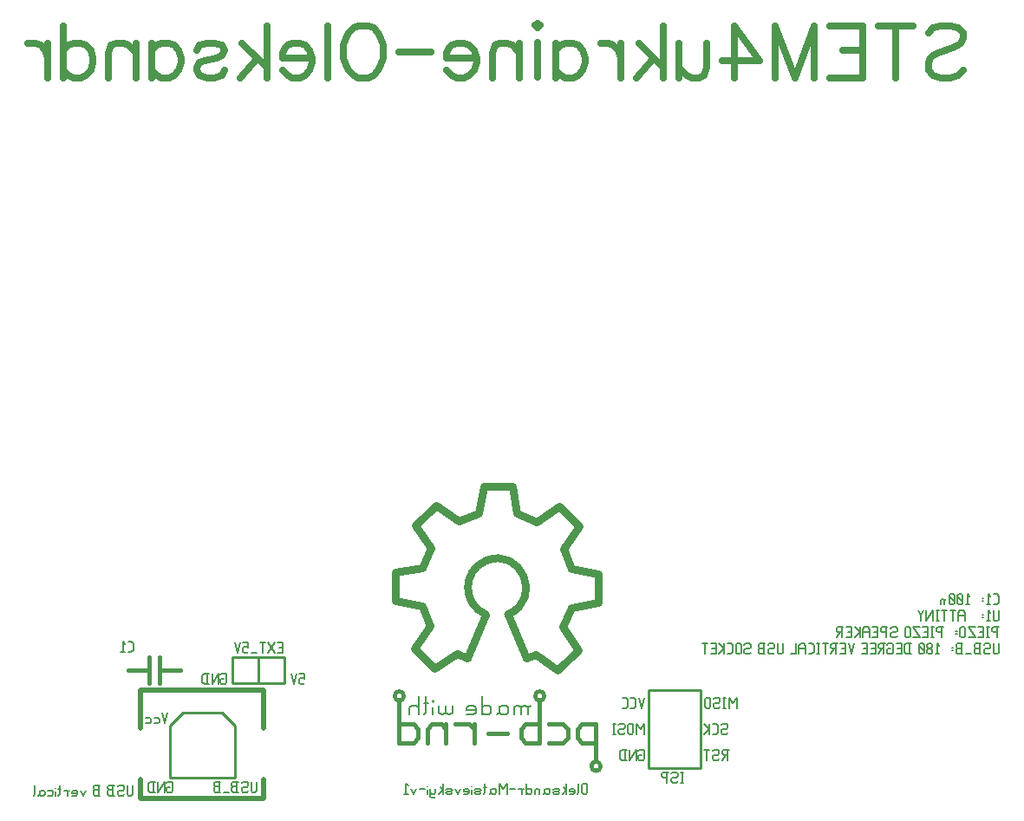
<source format=gbo>
G04 start of page 2 for group 10 layer_idx 5 *
G04 Title: (unknown), bottom_silk *
G04 Creator: pcb-rnd 3.1.5-dev *
G04 CreationDate: 2024-03-25 20:38:14 UTC *
G04 For: STEM4ukraine *
G04 Format: Gerber/RS-274X *
G04 PCB-Dimensions: 393701 393701 *
G04 PCB-Coordinate-Origin: lower left *
%MOIN*%
%FSLAX25Y25*%
%LNBOTTOM_SILK_NONE_10*%
%ADD44C,0.0280*%
%ADD43C,0.0090*%
%ADD42C,0.0072*%
%ADD41C,0.0070*%
%ADD40C,0.0300*%
%ADD39C,0.0150*%
%ADD38C,0.0200*%
%ADD37C,0.0180*%
%ADD36C,0.0100*%
G54D36*X96161Y10138D02*Y30138D01*
X91161Y35138D01*
X76161D01*
G54D37*X166507Y28751D02*X164707Y30551D01*
X159307D02*X164707D01*
X159307Y23351D02*Y39551D01*
X164707Y23351D02*X159307D01*
X166507Y25151D02*X164707Y23351D01*
X166507Y28751D02*Y25151D01*
X170107Y28751D02*X171907Y30551D01*
X170107Y28751D02*Y23351D01*
X175507Y30551D02*X171907D01*
X177307Y28751D02*X175507Y30551D01*
X177307D02*Y23351D01*
X186307Y30551D02*X180907D01*
X188107Y28751D02*X186307Y30551D01*
X188107D02*Y23351D01*
X206107Y25151D02*X207907Y23351D01*
Y30551D02*X206107Y28751D01*
Y25151D02*Y28751D01*
X200707Y26951D02*X193507D01*
X229507Y30551D02*X227707Y28751D01*
X224107Y25151D02*X222307Y23351D01*
X224107Y28751D02*X222307Y30551D01*
X224107Y28751D02*Y25151D01*
X227707Y28751D02*Y25151D01*
G54D36*X255000Y13701D02*Y43701D01*
G54D37*X229507Y23351D02*X227707Y25151D01*
X234907Y30551D02*Y16151D01*
X229507Y23351D02*X234907D01*
Y30551D02*X229507D01*
X207907D02*X213307D01*
X222307D02*X216907D01*
X213307Y23351D02*X207907D01*
X213307Y39551D02*Y23351D01*
X222307D02*X216907D01*
G54D36*X275000Y43701D02*Y13701D01*
Y43701D02*X255000D01*
Y13701D02*X275000D01*
G54D38*X59882Y43563D02*Y29075D01*
G54D39*X67118Y51181D02*X75118D01*
X55118D02*X63118D01*
G54D36*X76161Y35138D02*X71161Y30138D01*
G54D38*X59882Y43563D02*X107283D01*
G54D36*X95236Y56181D02*Y46181D01*
X115236D02*X95236D01*
Y56181D02*X115236D01*
X105236Y46181D02*Y56181D01*
X115236D02*X105236D01*
X71161Y30138D02*Y10138D01*
G54D39*X67118Y56181D02*Y46181D01*
X63118Y56181D02*Y46181D01*
G54D36*X71161Y10138D02*X96161D01*
G54D38*X107283Y1831D02*X59882D01*
X107283Y9311D02*Y1831D01*
X59882Y9311D02*Y1831D01*
X107283Y43563D02*Y29075D01*
G54D40*X181610Y57706D02*X172869Y51818D01*
X165184Y59639D01*
G54D36*X115236Y46181D02*Y56181D01*
G54D40*X192582Y72767D02*X185625Y55971D01*
X181610Y57706D01*
X165184Y59639D02*X171224Y68275D01*
X201118Y72767D02*X208075Y55971D01*
X225433Y75412D02*X222215Y67830D01*
X228103Y59090D01*
X220282Y51404D01*
X211646Y57444D01*
X208075Y55971D01*
X171224Y68275D02*X168138Y75912D01*
X157794Y77929D01*
X157890Y88894D01*
X168268Y90730D01*
X171486Y98311D01*
X165598Y107052D01*
X173418Y114737D01*
X182055Y108697D01*
X189692Y111783D01*
X191709Y122127D01*
X202673Y122031D01*
X204509Y111654D01*
X212091Y108435D01*
X220832Y114324D01*
X228517Y106503D01*
X222477Y97866D01*
X225562Y90230D01*
X235907Y88213D01*
X235811Y77248D01*
X225433Y75412D01*
X201118Y72767D02*G75*G03X192582Y93375I-4268J10304D01*G01*
X192582Y93375D02*G75*G03X192582Y72767I4268J-10304D01*G01*
G54D37*X161107Y41351D02*G75*G02X157507Y41351I-1800J0D01*G01*
G75*G02X161107Y41351I1800J0D01*G01*
X215107D02*G75*G02X211507Y41351I-1800J0D01*G01*
G75*G02X215107Y41351I1800J0D01*G01*
X236707Y14351D02*G75*G02X233107Y14351I-1800J0D01*G01*
G75*G02X236707Y14351I1800J0D01*G01*
G54D41*X251500Y20701D02*X251000Y20201D01*
X253000Y20701D02*X251500D01*
X253500Y20201D02*X253000Y20701D01*
X253500Y20201D02*Y17201D01*
X253000Y16701D01*
X251500D01*
X251000Y17201D01*
Y18201D02*Y17201D01*
X251500Y18701D02*X251000Y18201D01*
X252500Y18701D02*X251500D01*
X250400Y20701D02*Y16701D01*
Y20701D02*X247900Y16701D01*
Y20701D02*Y16701D01*
X246200Y20701D02*Y16701D01*
X244900Y20701D02*X244200Y20001D01*
Y17401D01*
X244900Y16701D02*X244200Y17401D01*
X246700Y16701D02*X244900D01*
X246700Y20701D02*X244900D01*
X253500Y40701D02*X252500Y36701D01*
X251500Y40701D01*
X249600Y36701D02*X248300D01*
X250300Y37401D02*X249600Y36701D01*
X250300Y40001D02*Y37401D01*
Y40001D02*X249600Y40701D01*
X248300D01*
X246400Y36701D02*X245100D01*
X247100Y37401D02*X246400Y36701D01*
X247100Y40001D02*Y37401D01*
Y40001D02*X246400Y40701D01*
X245100D01*
X253500Y30701D02*Y26701D01*
Y30701D02*X252000Y28701D01*
X250500Y30701D01*
Y26701D01*
X249300Y30201D02*Y27201D01*
Y30201D02*X248800Y30701D01*
X247800D01*
X247300Y30201D01*
Y27201D01*
X247800Y26701D02*X247300Y27201D01*
X248800Y26701D02*X247800D01*
X249300Y27201D02*X248800Y26701D01*
X244100Y30701D02*X243600Y30201D01*
X245600Y30701D02*X244100D01*
X246100Y30201D02*X245600Y30701D01*
X246100Y30201D02*Y29201D01*
X245600Y28701D01*
X244100D01*
X243600Y28201D01*
Y27201D01*
X244100Y26701D02*X243600Y27201D01*
X245600Y26701D02*X244100D01*
X246100Y27201D02*X245600Y26701D01*
X242400Y30701D02*X241400D01*
X241900D02*Y26701D01*
X242400D02*X241400D01*
X268633Y12022D02*X267633D01*
X268133D02*Y8022D01*
X268633D02*X267633D01*
X264433Y12022D02*X263933Y11522D01*
X265933Y12022D02*X264433D01*
X266433Y11522D02*X265933Y12022D01*
X266433Y11522D02*Y10522D01*
X265933Y10022D01*
X264433D01*
X263933Y9522D01*
Y8522D01*
X264433Y8022D02*X263933Y8522D01*
X265933Y8022D02*X264433D01*
X266433Y8522D02*X265933Y8022D01*
X262233Y12022D02*Y8022D01*
X262733Y12022D02*X260733D01*
X260233Y11522D01*
Y10522D01*
X260733Y10022D02*X260233Y10522D01*
X262233Y10022D02*X260733D01*
G54D42*X208807Y36851D02*Y34151D01*
Y36851D02*X207907Y37751D01*
X207007D01*
X206107Y36851D01*
Y34151D01*
Y36851D02*X205207Y37751D01*
X204307D01*
X203407Y36851D01*
Y34151D01*
X209707Y37751D02*X208807Y36851D01*
X198547Y37751D02*X197647Y36851D01*
X200347Y37751D02*X198547D01*
X201247Y36851D02*X200347Y37751D01*
X201247Y36851D02*Y35051D01*
X200347Y34151D01*
X197647Y37751D02*Y35051D01*
X196747Y34151D01*
X200347D02*X198547D01*
X197647Y35051D01*
X190987Y41351D02*Y34151D01*
X191887D02*X190987Y35051D01*
X193687Y34151D02*X191887D01*
X194587Y35051D02*X193687Y34151D01*
X194587Y36851D02*Y35051D01*
Y36851D02*X193687Y37751D01*
X191887D01*
X190987Y36851D01*
X187927Y34151D02*X185227D01*
X188827Y35051D02*X187927Y34151D01*
X188827Y36851D02*Y35051D01*
Y36851D02*X187927Y37751D01*
X186127D01*
X185227Y36851D01*
X188827Y35951D02*X185227D01*
Y36851D01*
X179827Y37751D02*Y35051D01*
X178927Y34151D01*
X178027D01*
X177127Y35051D01*
Y37751D02*Y35051D01*
X176227Y34151D01*
X175327D01*
X174427Y35051D01*
Y37751D02*Y35051D01*
G54D43*X172267Y39551D02*Y39371D01*
G54D42*Y36851D02*Y34151D01*
X169567Y41351D02*Y35051D01*
X168667Y34151D01*
X170467Y38651D02*X168667D01*
X166867Y41351D02*Y34151D01*
Y36851D02*X165967Y37751D01*
X164167D01*
X163267Y36851D01*
Y34151D01*
G54D41*X283500Y30701D02*X283000Y30201D01*
X285000Y30701D02*X283500D01*
X285500Y30201D02*X285000Y30701D01*
X285500Y30201D02*Y29201D01*
X285000Y28701D01*
X283500D01*
X283000Y28201D01*
Y27201D01*
X283500Y26701D02*X283000Y27201D01*
X285000Y26701D02*X283500D01*
X285500Y27201D02*X285000Y26701D01*
X281100D02*X279800D01*
X281800Y27401D02*X281100Y26701D01*
X281800Y30001D02*Y27401D01*
Y30001D02*X281100Y30701D01*
X279800D01*
X278600D02*Y26701D01*
Y28701D02*X276600Y30701D01*
X278600Y28701D02*X276600Y26701D01*
X289000Y40701D02*Y36701D01*
Y40701D02*X287500Y38701D01*
X286000Y40701D01*
Y36701D01*
X284800Y40701D02*X283800D01*
X284300D02*Y36701D01*
X284800D02*X283800D01*
X280600Y40701D02*X280100Y40201D01*
X282100Y40701D02*X280600D01*
X282600Y40201D02*X282100Y40701D01*
X282600Y40201D02*Y39201D01*
X282100Y38701D01*
X280600D01*
X280100Y38201D01*
Y37201D01*
X280600Y36701D02*X280100Y37201D01*
X282100Y36701D02*X280600D01*
X282600Y37201D02*X282100Y36701D01*
X278900Y40201D02*Y37201D01*
Y40201D02*X278400Y40701D01*
X277400D01*
X276900Y40201D01*
Y37201D01*
X277400Y36701D02*X276900Y37201D01*
X278400Y36701D02*X277400D01*
X278900Y37201D02*X278400Y36701D01*
X286000Y20701D02*X284000D01*
X283500Y20201D01*
Y19201D01*
X284000Y18701D02*X283500Y19201D01*
X285500Y18701D02*X284000D01*
X285500Y20701D02*Y16701D01*
X284700Y18701D02*X283500Y16701D01*
X280300Y20701D02*X279800Y20201D01*
X281800Y20701D02*X280300D01*
X282300Y20201D02*X281800Y20701D01*
X282300Y20201D02*Y19201D01*
X281800Y18701D01*
X280300D01*
X279800Y18201D01*
Y17201D01*
X280300Y16701D02*X279800Y17201D01*
X281800Y16701D02*X280300D01*
X282300Y17201D02*X281800Y16701D01*
X278600Y20701D02*X276600D01*
X277600D02*Y16701D01*
X389764Y74197D02*Y70697D01*
X389264Y70197D01*
X388264D01*
X387764Y70697D01*
Y74197D02*Y70697D01*
X386564Y73397D02*X385764Y74197D01*
Y70197D01*
X386564D02*X385064D01*
X383864Y72697D02*X383364D01*
X383864Y71697D02*X383364D01*
X376764Y73197D02*Y70197D01*
Y73197D02*X376064Y74197D01*
X374964D01*
X374264Y73197D01*
Y70197D01*
X376764Y72197D02*X374264D01*
X373064Y74197D02*X371064D01*
X372064D02*Y70197D01*
X369864Y74197D02*X367864D01*
X368864D02*Y70197D01*
X366664Y74197D02*X365664D01*
X366164D02*Y70197D01*
X366664D02*X365664D01*
X364464Y74197D02*Y70197D01*
Y74197D02*X361964Y70197D01*
Y74197D02*Y70197D01*
X360764Y74197D02*X359764Y72197D01*
X358764Y74197D01*
X359764Y72197D02*Y70197D01*
X389264Y67898D02*Y63898D01*
X389764Y67898D02*X387764D01*
X387264Y67398D01*
Y66398D01*
X387764Y65898D02*X387264Y66398D01*
X389264Y65898D02*X387764D01*
X386064Y67898D02*X385064D01*
X385564D02*Y63898D01*
X386064D02*X385064D01*
X383864Y66098D02*X382364D01*
X383864Y63898D02*X381864D01*
X383864Y67898D02*Y63898D01*
Y67898D02*X381864D01*
X380664D02*X378164D01*
X380664Y63898D02*X378164Y67898D01*
X380664Y63898D02*X378164D01*
X376964Y67398D02*Y64398D01*
Y67398D02*X376464Y67898D01*
X375464D01*
X374964Y67398D01*
Y64398D01*
X375464Y63898D02*X374964Y64398D01*
X376464Y63898D02*X375464D01*
X376964Y64398D02*X376464Y63898D01*
X373764Y66398D02*X373264D01*
X373764Y65398D02*X373264D01*
X367964Y67898D02*Y63898D01*
X368464Y67898D02*X366464D01*
X365964Y67398D01*
Y66398D01*
X366464Y65898D02*X365964Y66398D01*
X367964Y65898D02*X366464D01*
X364764Y67898D02*X363764D01*
X364264D02*Y63898D01*
X364764D02*X363764D01*
X362564Y66098D02*X361064D01*
X362564Y63898D02*X360564D01*
X362564Y67898D02*Y63898D01*
Y67898D02*X360564D01*
X359364D02*X356864D01*
X359364Y63898D02*X356864Y67898D01*
X359364Y63898D02*X356864D01*
X355664Y67398D02*Y64398D01*
Y67398D02*X355164Y67898D01*
X354164D01*
X353664Y67398D01*
Y64398D01*
X354164Y63898D02*X353664Y64398D01*
X355164Y63898D02*X354164D01*
X355664Y64398D02*X355164Y63898D01*
X348664Y67898D02*X348164Y67398D01*
X350164Y67898D02*X348664D01*
X350664Y67398D02*X350164Y67898D01*
X350664Y67398D02*Y66398D01*
X350164Y65898D01*
X348664D01*
X348164Y65398D01*
Y64398D01*
X348664Y63898D02*X348164Y64398D01*
X350164Y63898D02*X348664D01*
X350664Y64398D02*X350164Y63898D01*
X346464Y67898D02*Y63898D01*
X346964Y67898D02*X344964D01*
X344464Y67398D01*
Y66398D01*
X344964Y65898D02*X344464Y66398D01*
X346464Y65898D02*X344964D01*
X343264Y66098D02*X341764D01*
X343264Y63898D02*X341264D01*
X343264Y67898D02*Y63898D01*
Y67898D02*X341264D01*
X340064Y66898D02*Y63898D01*
Y66898D02*X339364Y67898D01*
X338264D01*
X337564Y66898D01*
Y63898D01*
X340064Y65898D02*X337564D01*
X336364Y67898D02*Y63898D01*
Y65898D02*X334364Y67898D01*
X336364Y65898D02*X334364Y63898D01*
X333164Y66098D02*X331664D01*
X333164Y63898D02*X331164D01*
X333164Y67898D02*Y63898D01*
Y67898D02*X331164D01*
X329964D02*X327964D01*
X327464Y67398D01*
Y66398D01*
X327964Y65898D02*X327464Y66398D01*
X329464Y65898D02*X327964D01*
X329464Y67898D02*Y63898D01*
X328664Y65898D02*X327464Y63898D01*
X389764Y61598D02*Y58098D01*
X389264Y57598D01*
X388264D01*
X387764Y58098D01*
Y61598D02*Y58098D01*
X384564Y61598D02*X384064Y61098D01*
X386064Y61598D02*X384564D01*
X386564Y61098D02*X386064Y61598D01*
X386564Y61098D02*Y60098D01*
X386064Y59598D01*
X384564D01*
X384064Y59098D01*
Y58098D01*
X384564Y57598D02*X384064Y58098D01*
X386064Y57598D02*X384564D01*
X386564Y58098D02*X386064Y57598D01*
X382864D02*X380864D01*
X380364Y58098D01*
Y59298D02*Y58098D01*
X380864Y59798D02*X380364Y59298D01*
X382364Y59798D02*X380864D01*
X382364Y61598D02*Y57598D01*
X382864Y61598D02*X380864D01*
X380364Y61098D01*
Y60298D01*
X380864Y59798D02*X380364Y60298D01*
X379164Y57598D02*X377164D01*
X375964D02*X373964D01*
X373464Y58098D01*
Y59298D02*Y58098D01*
X373964Y59798D02*X373464Y59298D01*
X375464Y59798D02*X373964D01*
X375464Y61598D02*Y57598D01*
X375964Y61598D02*X373964D01*
X373464Y61098D01*
Y60298D01*
X373964Y59798D02*X373464Y60298D01*
X372264Y60098D02*X371764D01*
X372264Y59098D02*X371764D01*
X366964Y60798D02*X366164Y61598D01*
Y57598D01*
X366964D02*X365464D01*
X364264Y58098D02*X363764Y57598D01*
X364264Y58898D02*Y58098D01*
Y58898D02*X363564Y59598D01*
X362964D01*
X362264Y58898D01*
Y58098D01*
X362764Y57598D02*X362264Y58098D01*
X363764Y57598D02*X362764D01*
X364264Y60298D02*X363564Y59598D01*
X364264Y61098D02*Y60298D01*
Y61098D02*X363764Y61598D01*
X362764D01*
X362264Y61098D01*
Y60298D01*
X362964Y59598D02*X362264Y60298D01*
X361064Y58098D02*X360564Y57598D01*
X361064Y61098D02*Y58098D01*
Y61098D02*X360564Y61598D01*
X359564D01*
X359064Y61098D01*
Y58098D01*
X359564Y57598D02*X359064Y58098D01*
X360564Y57598D02*X359564D01*
X361064Y58598D02*X359064Y60598D01*
X355564Y61598D02*Y57598D01*
X354264Y61598D02*X353564Y60898D01*
Y58298D01*
X354264Y57598D02*X353564Y58298D01*
X356064Y57598D02*X354264D01*
X356064Y61598D02*X354264D01*
X352364Y59798D02*X350864D01*
X352364Y57598D02*X350364D01*
X352364Y61598D02*Y57598D01*
Y61598D02*X350364D01*
X347164D02*X346664Y61098D01*
X348664Y61598D02*X347164D01*
X349164Y61098D02*X348664Y61598D01*
X349164Y61098D02*Y58098D01*
X348664Y57598D01*
X347164D01*
X346664Y58098D01*
Y59098D02*Y58098D01*
X347164Y59598D02*X346664Y59098D01*
X348164Y59598D02*X347164D01*
X346064Y61598D02*X344064D01*
X343564Y61098D01*
Y60098D01*
X344064Y59598D02*X343564Y60098D01*
X345564Y59598D02*X344064D01*
X345564Y61598D02*Y57598D01*
X344764Y59598D02*X343564Y57598D01*
X342364Y59798D02*X340864D01*
X342364Y57598D02*X340364D01*
X342364Y61598D02*Y57598D01*
Y61598D02*X340364D01*
X339164Y59798D02*X337664D01*
X339164Y57598D02*X337164D01*
X339164Y61598D02*Y57598D01*
Y61598D02*X337164D01*
X334164D02*X333164Y57598D01*
X332164Y61598D01*
X330964Y59798D02*X329464D01*
X330964Y57598D02*X328964D01*
X330964Y61598D02*Y57598D01*
Y61598D02*X328964D01*
X327764D02*X325764D01*
X325264Y61098D01*
Y60098D01*
X325764Y59598D02*X325264Y60098D01*
X327264Y59598D02*X325764D01*
X327264Y61598D02*Y57598D01*
X326464Y59598D02*X325264Y57598D01*
X324064Y61598D02*X322064D01*
X323064D02*Y57598D01*
X320864Y61598D02*X319864D01*
X320364D02*Y57598D01*
X320864D02*X319864D01*
X317964D02*X316664D01*
X318664Y58298D02*X317964Y57598D01*
X318664Y60898D02*Y58298D01*
Y60898D02*X317964Y61598D01*
X316664D01*
X315464Y60598D02*Y57598D01*
Y60598D02*X314764Y61598D01*
X313664D01*
X312964Y60598D01*
Y57598D01*
X315464Y59598D02*X312964D01*
X311764Y61598D02*Y57598D01*
X309764D01*
X306764Y61598D02*Y58098D01*
X306264Y57598D01*
X305264D01*
X304764Y58098D01*
Y61598D02*Y58098D01*
X301564Y61598D02*X301064Y61098D01*
X303064Y61598D02*X301564D01*
X303564Y61098D02*X303064Y61598D01*
X303564Y61098D02*Y60098D01*
X303064Y59598D01*
X301564D01*
X301064Y59098D01*
Y58098D01*
X301564Y57598D02*X301064Y58098D01*
X303064Y57598D02*X301564D01*
X303564Y58098D02*X303064Y57598D01*
X299864D02*X297864D01*
X297364Y58098D01*
Y59298D02*Y58098D01*
X297864Y59798D02*X297364Y59298D01*
X299364Y59798D02*X297864D01*
X299364Y61598D02*Y57598D01*
X299864Y61598D02*X297864D01*
X297364Y61098D01*
Y60298D01*
X297864Y59798D02*X297364Y60298D01*
X292364Y61598D02*X291864Y61098D01*
X293864Y61598D02*X292364D01*
X294364Y61098D02*X293864Y61598D01*
X294364Y61098D02*Y60098D01*
X293864Y59598D01*
X292364D01*
X291864Y59098D01*
Y58098D01*
X292364Y57598D02*X291864Y58098D01*
X293864Y57598D02*X292364D01*
X294364Y58098D02*X293864Y57598D01*
X290664Y61098D02*Y58098D01*
Y61098D02*X290164Y61598D01*
X289164D01*
X288664Y61098D01*
Y58098D01*
X289164Y57598D02*X288664Y58098D01*
X290164Y57598D02*X289164D01*
X290664Y58098D02*X290164Y57598D01*
X286764D02*X285464D01*
X287464Y58298D02*X286764Y57598D01*
X287464Y60898D02*Y58298D01*
Y60898D02*X286764Y61598D01*
X285464D01*
X284264D02*Y57598D01*
Y59598D02*X282264Y61598D01*
X284264Y59598D02*X282264Y57598D01*
X281064Y59798D02*X279564D01*
X281064Y57598D02*X279064D01*
X281064Y61598D02*Y57598D01*
Y61598D02*X279064D01*
X277864D02*X275864D01*
X276864D02*Y57598D01*
X389064Y76496D02*X387764D01*
X389764Y77196D02*X389064Y76496D01*
X389764Y79796D02*Y77196D01*
Y79796D02*X389064Y80496D01*
X387764D01*
X386564Y79696D02*X385764Y80496D01*
Y76496D01*
X386564D02*X385064D01*
X383864Y78996D02*X383364D01*
X383864Y77996D02*X383364D01*
X378564Y79696D02*X377764Y80496D01*
Y76496D01*
X378564D02*X377064D01*
X375864Y76996D02*X375364Y76496D01*
X375864Y79996D02*Y76996D01*
Y79996D02*X375364Y80496D01*
X374364D01*
X373864Y79996D01*
Y76996D01*
X374364Y76496D02*X373864Y76996D01*
X375364Y76496D02*X374364D01*
X375864Y77496D02*X373864Y79496D01*
X372664Y76996D02*X372164Y76496D01*
X372664Y79996D02*Y76996D01*
Y79996D02*X372164Y80496D01*
X371164D01*
X370664Y79996D01*
Y76996D01*
X371164Y76496D02*X370664Y76996D01*
X372164Y76496D02*X371164D01*
X372664Y77496D02*X370664Y79496D01*
X368964Y77996D02*Y76496D01*
Y77996D02*X368464Y78496D01*
X367964D01*
X367464Y77996D01*
Y76496D01*
X369464Y78496D02*X368964Y77996D01*
G54D44*X362654Y296274D02*X364559Y298179D01*
X367414Y299134D01*
X371224D01*
X374084Y298179D01*
X375984Y296274D01*
Y294374D01*
X375039Y292464D01*
X374084Y291514D01*
X372174Y290564D01*
X366459Y288659D01*
X364559Y287704D01*
X363609Y286754D01*
X362654Y284849D01*
Y281989D01*
X364559Y280089D01*
X367414Y279134D01*
X371224D01*
X374084Y280089D01*
X375984Y281989D01*
X349989Y299134D02*Y279134D01*
X356654Y299134D02*X343324D01*
X337324D02*Y279134D01*
Y299134D02*X324944D01*
X337324Y289609D02*X329709D01*
X337324Y279134D02*X324944D01*
X318944Y299134D02*Y279134D01*
Y299134D02*X311329Y279134D01*
X303704Y299134D02*X311329Y279134D01*
X303704Y299134D02*Y279134D01*
X288184Y299134D02*X297704Y285804D01*
X283424D01*
X288184Y299134D02*Y279134D01*
X277424Y292469D02*Y282949D01*
X276474Y280094D01*
X274564Y279139D01*
X271709D01*
X269804Y280094D01*
X266949Y282949D01*
Y292469D02*Y279139D01*
X260949Y299134D02*Y279134D01*
X251429Y292469D02*X260949Y282944D01*
X257144Y286759D02*X250474Y279134D01*
X244474Y292469D02*Y279139D01*
Y286754D02*X243524Y289619D01*
X241614Y291519D01*
X239714Y292469D01*
X236854D01*
X219424D02*Y279139D01*
Y289619D02*X221334Y291524D01*
X223234Y292469D01*
X226094D01*
X227994Y291524D01*
X229904Y289619D01*
X230854Y286764D01*
Y284854D01*
X229904Y281999D01*
X227994Y280094D01*
X226094Y279139D01*
X223234D01*
X221334Y280094D01*
X219424Y281999D01*
X212474Y292514D02*Y279184D01*
X213424Y299184D02*X212474Y298229D01*
X211519Y299184D01*
X212474Y300134D01*
X213424Y299184D01*
X205519Y292469D02*Y279139D01*
Y288664D02*X202659Y291524D01*
X200759Y292469D01*
X197899D01*
X195999Y291524D01*
X195044Y288664D01*
Y279139D01*
X189044Y286764D02*X177624D01*
Y288664D01*
X178574Y290569D01*
X179524Y291524D01*
X181429Y292469D01*
X184284D01*
X186194Y291524D01*
X188099Y289619D01*
X189044Y286764D01*
Y284854D01*
X188099Y281999D01*
X186194Y280094D01*
X184284Y279139D01*
X181429D01*
X179524Y280094D01*
X177624Y281999D01*
X171624Y289134D02*X159124D01*
X147414Y299134D02*X149314Y298179D01*
X151224Y296274D01*
X152174Y294374D01*
X153124Y291514D01*
Y286754D01*
X152174Y283889D01*
Y283894D02*X151224Y281989D01*
X149314Y280089D01*
X147414Y279134D01*
X143599D01*
X141699Y280089D01*
X139794Y281989D01*
X138839Y283894D01*
X137894Y286754D01*
Y291514D01*
X138839Y294374D01*
X139794Y296274D01*
X141699Y298179D01*
X143599Y299134D01*
X147414D01*
X131894D02*Y279134D01*
X125894Y286764D02*X114474D01*
Y288664D01*
X115424Y290569D01*
X116374Y291524D01*
X118279Y292469D01*
X121134D01*
X123044Y291524D01*
X124949Y289619D01*
X125894Y286764D01*
Y284854D01*
X124949Y281999D01*
X123044Y280094D01*
X121134Y279139D01*
X118279D01*
X116374Y280094D01*
X114474Y281999D01*
X108474Y299134D02*Y279134D01*
X98954Y292469D02*X108474Y282944D01*
X104669Y286759D02*X97999Y279134D01*
X81529Y289619D02*X82479Y291519D01*
X85339Y292469D01*
X88194D01*
X91054Y291519D01*
X91999Y289619D01*
X91054Y287709D01*
X89149Y286754D01*
X84384Y285804D01*
X82479Y284854D01*
X81529Y282949D01*
Y281994D01*
X82479Y280094D01*
X85339Y279139D01*
X88194D01*
X91054Y280094D01*
X91999Y281994D01*
X64099Y292469D02*Y279139D01*
Y289619D02*X66009Y291524D01*
X67909Y292469D01*
X70769D01*
X72669Y291524D01*
X74579Y289619D01*
X75529Y286764D01*
Y284854D01*
X74579Y281999D01*
X72669Y280094D01*
X70769Y279139D01*
X67909D01*
X66009Y280094D01*
X64099Y281999D01*
X58099Y292469D02*Y279139D01*
Y288664D02*X55239Y291524D01*
X53339Y292469D01*
X50479D01*
X48579Y291524D01*
X47624Y288664D01*
Y279139D01*
X30204Y299134D02*Y279134D01*
Y289614D02*X32104Y291519D01*
X34009Y292469D01*
X36864D01*
X38774Y291519D01*
X40679Y289614D01*
X41624Y286759D01*
Y284854D01*
X40679Y281999D01*
X38774Y280089D01*
X36864Y279134D01*
X34009D01*
X32104Y280089D01*
X30204Y281999D01*
X24204Y292469D02*Y279139D01*
Y286754D02*X23254Y289619D01*
X21344Y291519D01*
X19444Y292469D01*
X16584D01*
G54D41*X231496Y7161D02*Y4161D01*
Y7161D02*X230996Y7661D01*
X229996D01*
X229496Y7161D01*
Y4161D01*
X229996Y3661D02*X229496Y4161D01*
X230996Y3661D02*X229996D01*
X231496Y4161D02*X230996Y3661D01*
X228296Y7661D02*Y4161D01*
X227796Y3661D01*
X226296D02*X224796D01*
X226796Y4161D02*X226296Y3661D01*
X226796Y5161D02*Y4161D01*
Y5161D02*X226296Y5661D01*
X225296D01*
X224796Y5161D01*
X226796Y4661D02*X224796D01*
Y5161D01*
X223596Y7661D02*Y3661D01*
Y5161D02*X222096Y3661D01*
X223596Y5161D02*X222596Y6161D01*
X220396Y3661D02*X218896D01*
X218396Y4161D01*
X218896Y4661D02*X218396Y4161D01*
X220396Y4661D02*X218896D01*
X220896Y5161D02*X220396Y4661D01*
X220896Y5161D02*X220396Y5661D01*
X218896D01*
X218396Y5161D01*
X220896Y4161D02*X220396Y3661D01*
X215696Y5661D02*X215196Y5161D01*
X216696Y5661D02*X215696D01*
X217196Y5161D02*X216696Y5661D01*
X217196Y5161D02*Y4161D01*
X216696Y3661D01*
X215196Y5661D02*Y4161D01*
X214696Y3661D01*
X216696D02*X215696D01*
X215196Y4161D01*
X212996Y5161D02*Y3661D01*
Y5161D02*X212496Y5661D01*
X211996D01*
X211496Y5161D01*
Y3661D01*
X213496Y5661D02*X212996Y5161D01*
X208296Y7661D02*Y3661D01*
X208796D02*X208296Y4161D01*
X209796Y3661D02*X208796D01*
X210296Y4161D02*X209796Y3661D01*
X210296Y5161D02*Y4161D01*
Y5161D02*X209796Y5661D01*
X208796D01*
X208296Y5161D01*
X206596D02*Y3661D01*
Y5161D02*X206096Y5661D01*
X205096D01*
X207096D02*X206596Y5161D01*
X203896Y5661D02*X201896D01*
X200696Y7661D02*Y3661D01*
Y7661D02*X199196Y5661D01*
X197696Y7661D01*
Y3661D01*
X194996Y5661D02*X194496Y5161D01*
X195996Y5661D02*X194996D01*
X196496Y5161D02*X195996Y5661D01*
X196496Y5161D02*Y4161D01*
X195996Y3661D01*
X194496Y5661D02*Y4161D01*
X193996Y3661D01*
X195996D02*X194996D01*
X194496Y4161D01*
X192296Y7661D02*Y4161D01*
X191796Y3661D01*
X192796Y6161D02*X191796D01*
X190296Y3661D02*X188796D01*
X188296Y4161D01*
X188796Y4661D02*X188296Y4161D01*
X190296Y4661D02*X188796D01*
X190796Y5161D02*X190296Y4661D01*
X190796Y5161D02*X190296Y5661D01*
X188796D01*
X188296Y5161D01*
X190796Y4161D02*X190296Y3661D01*
X187096Y6661D02*Y6561D01*
Y5161D02*Y3661D01*
X185596D02*X184096D01*
X186096Y4161D02*X185596Y3661D01*
X186096Y5161D02*Y4161D01*
Y5161D02*X185596Y5661D01*
X184596D01*
X184096Y5161D01*
X186096Y4661D02*X184096D01*
Y5161D01*
X182896Y5661D02*X181896Y3661D01*
X180896Y5661D02*X181896Y3661D01*
X179196D02*X177696D01*
X177196Y4161D01*
X177696Y4661D02*X177196Y4161D01*
X179196Y4661D02*X177696D01*
X179696Y5161D02*X179196Y4661D01*
X179696Y5161D02*X179196Y5661D01*
X177696D01*
X177196Y5161D01*
X179696Y4161D02*X179196Y3661D01*
X175996Y7661D02*Y3661D01*
Y5161D02*X174496Y3661D01*
X175996Y5161D02*X174996Y6161D01*
X173296Y5661D02*Y4161D01*
X172796Y3661D01*
X171296Y5661D02*Y2661D01*
X171796Y2161D02*X171296Y2661D01*
X172796Y2161D02*X171796D01*
X173296Y2661D02*X172796Y2161D01*
Y3661D02*X171796D01*
X171296Y4161D01*
X170096Y6661D02*Y6561D01*
Y5161D02*Y3661D01*
X169096Y5661D02*X167096D01*
X165896D02*X164896Y3661D01*
X163896Y5661D02*X164896Y3661D01*
X162696Y6861D02*X161896Y7661D01*
Y3661D01*
X162696D02*X161196D01*
X56693Y7130D02*Y3630D01*
X56193Y3130D01*
X55193D01*
X54693Y3630D01*
Y7130D02*Y3630D01*
X51493Y7130D02*X50993Y6630D01*
X52993Y7130D02*X51493D01*
X53493Y6630D02*X52993Y7130D01*
X53493Y6630D02*Y5630D01*
X52993Y5130D01*
X51493D01*
X50993Y4630D01*
Y3630D01*
X51493Y3130D02*X50993Y3630D01*
X52993Y3130D02*X51493D01*
X53493Y3630D02*X52993Y3130D01*
X49793D02*X47793D01*
X47293Y3630D01*
Y4830D02*Y3630D01*
X47793Y5330D02*X47293Y4830D01*
X49293Y5330D02*X47793D01*
X49293Y7130D02*Y3130D01*
X49793Y7130D02*X47793D01*
X47293Y6630D01*
Y5830D01*
X47793Y5330D02*X47293Y5830D01*
X44293Y3130D02*X42293D01*
X41793Y3630D01*
Y4830D02*Y3630D01*
X42293Y5330D02*X41793Y4830D01*
X43793Y5330D02*X42293D01*
X43793Y7130D02*Y3130D01*
X44293Y7130D02*X42293D01*
X41793Y6630D01*
Y5830D01*
X42293Y5330D02*X41793Y5830D01*
X38793Y5130D02*X37793Y3130D01*
X36793Y5130D02*X37793Y3130D01*
X35093D02*X33593D01*
X35593Y3630D02*X35093Y3130D01*
X35593Y4630D02*Y3630D01*
Y4630D02*X35093Y5130D01*
X34093D01*
X33593Y4630D01*
X35593Y4130D02*X33593D01*
Y4630D01*
X31893D02*Y3130D01*
Y4630D02*X31393Y5130D01*
X30393D01*
X32393D02*X31893Y4630D01*
X28693Y7130D02*Y3630D01*
X28193Y3130D01*
X29193Y5630D02*X28193D01*
X27193Y6130D02*Y6030D01*
Y4630D02*Y3130D01*
X25693Y5130D02*X24193D01*
X26193Y4630D02*X25693Y5130D01*
X26193Y4630D02*Y3630D01*
X25693Y3130D01*
X24193D01*
X21493Y5130D02*X20993Y4630D01*
X22493Y5130D02*X21493D01*
X22993Y4630D02*X22493Y5130D01*
X22993Y4630D02*Y3630D01*
X22493Y3130D01*
X20993Y5130D02*Y3630D01*
X20493Y3130D01*
X22493D02*X21493D01*
X20993Y3630D01*
X19293Y7130D02*Y3630D01*
X18793Y3130D01*
X70224Y8311D02*X69724Y7811D01*
X71724Y8311D02*X70224D01*
X72224Y7811D02*X71724Y8311D01*
X72224Y7811D02*Y4811D01*
X71724Y4311D01*
X70224D01*
X69724Y4811D01*
Y5811D02*Y4811D01*
X70224Y6311D02*X69724Y5811D01*
X71224Y6311D02*X70224D01*
X69124Y8311D02*Y4311D01*
Y8311D02*X66624Y4311D01*
Y8311D02*Y4311D01*
X64924Y8311D02*Y4311D01*
X63624Y8311D02*X62924Y7611D01*
Y5011D01*
X63624Y4311D02*X62924Y5011D01*
X65424Y4311D02*X63624D01*
X65424Y8311D02*X63624D01*
X104350Y8331D02*Y4831D01*
X103850Y4331D01*
X102850D01*
X102350Y4831D01*
Y8331D02*Y4831D01*
X99150Y8331D02*X98650Y7831D01*
X100650Y8331D02*X99150D01*
X101150Y7831D02*X100650Y8331D01*
X101150Y7831D02*Y6831D01*
X100650Y6331D01*
X99150D01*
X98650Y5831D01*
Y4831D01*
X99150Y4331D02*X98650Y4831D01*
X100650Y4331D02*X99150D01*
X101150Y4831D02*X100650Y4331D01*
X97450D02*X95450D01*
X94950Y4831D01*
Y6031D02*Y4831D01*
X95450Y6531D02*X94950Y6031D01*
X96950Y6531D02*X95450D01*
X96950Y8331D02*Y4331D01*
X97450Y8331D02*X95450D01*
X94950Y7831D01*
Y7031D01*
X95450Y6531D02*X94950Y7031D01*
X93750Y4331D02*X91750D01*
X90550D02*X88550D01*
X88050Y4831D01*
Y6031D02*Y4831D01*
X88550Y6531D02*X88050Y6031D01*
X90050Y6531D02*X88550D01*
X90050Y8331D02*Y4331D01*
X90550Y8331D02*X88550D01*
X88050Y7831D01*
Y7031D01*
X88550Y6531D02*X88050Y7031D01*
X90913Y50039D02*X90413Y49539D01*
X92413Y50039D02*X90913D01*
X92913Y49539D02*X92413Y50039D01*
X92913Y49539D02*Y46539D01*
X92413Y46039D01*
X90913D01*
X90413Y46539D01*
Y47539D02*Y46539D01*
X90913Y48039D02*X90413Y47539D01*
X91913Y48039D02*X90913D01*
X89813Y50039D02*Y46039D01*
Y50039D02*X87313Y46039D01*
Y50039D02*Y46039D01*
X85613Y50039D02*Y46039D01*
X84313Y50039D02*X83613Y49339D01*
Y46739D01*
X84313Y46039D02*X83613Y46739D01*
X86113Y46039D02*X84313D01*
X86113Y50039D02*X84313D01*
X122898Y49965D02*X120898D01*
X122898D02*Y47965D01*
X122398Y48465D01*
X121398D01*
X120898Y47965D01*
Y46465D01*
X121398Y45965D02*X120898Y46465D01*
X122398Y45965D02*X121398D01*
X122898Y46465D02*X122398Y45965D01*
X119698Y49965D02*X118698Y45965D01*
X117698Y49965D01*
X70256Y34886D02*X69256Y30886D01*
X68256Y34886D01*
X66556Y32886D02*X65056D01*
X67056Y32386D02*X66556Y32886D01*
X67056Y32386D02*Y31386D01*
X66556Y30886D01*
X65056D01*
X63356Y32886D02*X61856D01*
X63856Y32386D02*X63356Y32886D01*
X63856Y32386D02*Y31386D01*
X63356Y30886D01*
X61856D01*
X56308Y58189D02*X55008D01*
X57008Y58889D02*X56308Y58189D01*
X57008Y61489D02*Y58889D01*
Y61489D02*X56308Y62189D01*
X55008D01*
X53808Y61389D02*X53008Y62189D01*
Y58189D01*
X53808D02*X52308D01*
X114575Y60058D02*X113075D01*
X114575Y57858D02*X112575D01*
X114575Y61858D02*Y57858D01*
Y61858D02*X112575D01*
X111375Y57858D02*X108875Y61858D01*
X111375D02*X108875Y57858D01*
X107675Y61858D02*X105675D01*
X106675D02*Y57858D01*
X104475D02*X102475D01*
X101275Y61858D02*X99275D01*
X101275D02*Y59858D01*
X100775Y60358D01*
X99775D01*
X99275Y59858D01*
Y58358D01*
X99775Y57858D02*X99275Y58358D01*
X100775Y57858D02*X99775D01*
X101275Y58358D02*X100775Y57858D01*
X98075Y61858D02*X97075Y57858D01*
X96075Y61858D01*
M02*

</source>
